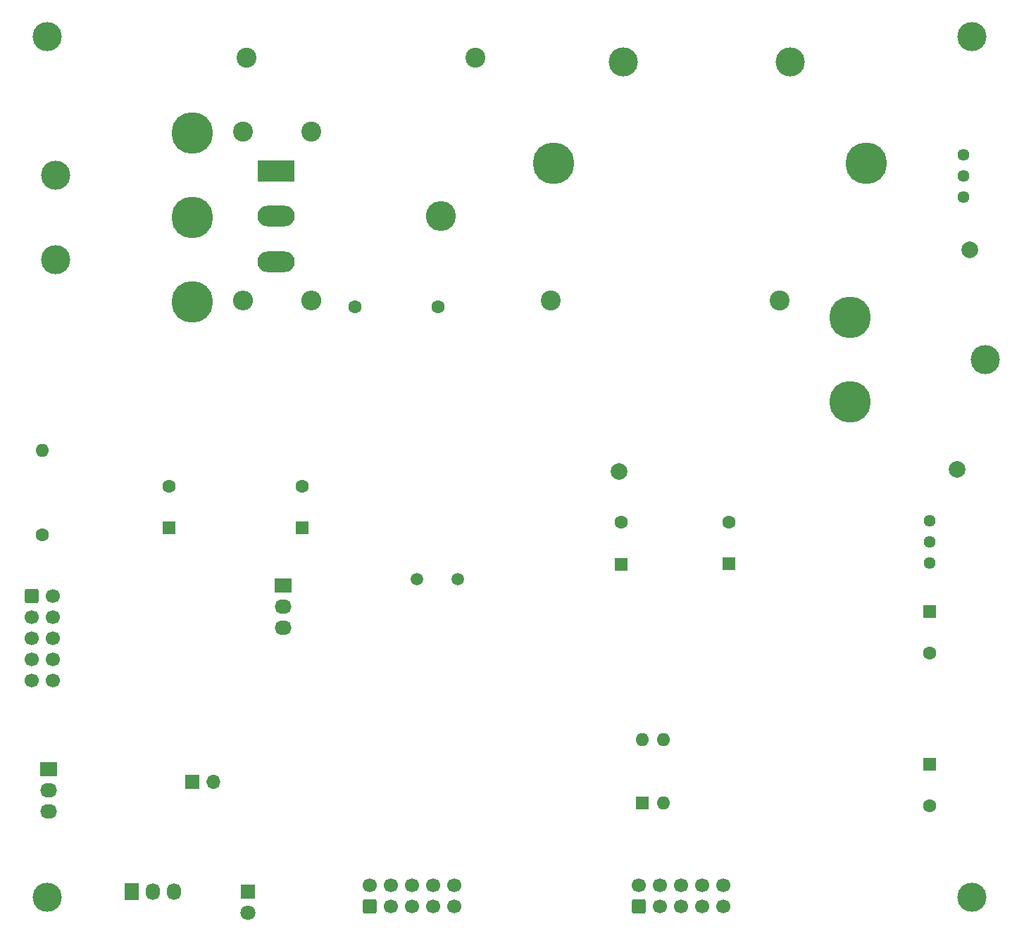
<source format=gts>
G04 #@! TF.GenerationSoftware,KiCad,Pcbnew,7.0.2*
G04 #@! TF.CreationDate,2023-10-15T13:01:48+02:00*
G04 #@! TF.ProjectId,Module_2,4d6f6475-6c65-45f3-922e-6b696361645f,rev?*
G04 #@! TF.SameCoordinates,Original*
G04 #@! TF.FileFunction,Soldermask,Top*
G04 #@! TF.FilePolarity,Negative*
%FSLAX46Y46*%
G04 Gerber Fmt 4.6, Leading zero omitted, Abs format (unit mm)*
G04 Created by KiCad (PCBNEW 7.0.2) date 2023-10-15 13:01:48*
%MOMM*%
%LPD*%
G01*
G04 APERTURE LIST*
G04 Aperture macros list*
%AMRoundRect*
0 Rectangle with rounded corners*
0 $1 Rounding radius*
0 $2 $3 $4 $5 $6 $7 $8 $9 X,Y pos of 4 corners*
0 Add a 4 corners polygon primitive as box body*
4,1,4,$2,$3,$4,$5,$6,$7,$8,$9,$2,$3,0*
0 Add four circle primitives for the rounded corners*
1,1,$1+$1,$2,$3*
1,1,$1+$1,$4,$5*
1,1,$1+$1,$6,$7*
1,1,$1+$1,$8,$9*
0 Add four rect primitives between the rounded corners*
20,1,$1+$1,$2,$3,$4,$5,0*
20,1,$1+$1,$4,$5,$6,$7,0*
20,1,$1+$1,$6,$7,$8,$9,0*
20,1,$1+$1,$8,$9,$2,$3,0*%
G04 Aperture macros list end*
%ADD10RoundRect,0.250000X-0.600000X-0.600000X0.600000X-0.600000X0.600000X0.600000X-0.600000X0.600000X0*%
%ADD11C,1.700000*%
%ADD12R,1.600000X1.600000*%
%ADD13C,1.600000*%
%ADD14C,2.400000*%
%ADD15O,2.400000X2.400000*%
%ADD16C,3.500000*%
%ADD17RoundRect,0.250000X0.600000X-0.600000X0.600000X0.600000X-0.600000X0.600000X-0.600000X-0.600000X0*%
%ADD18C,5.000000*%
%ADD19R,1.800000X1.800000*%
%ADD20C,1.800000*%
%ADD21R,1.730000X2.030000*%
%ADD22O,1.730000X2.030000*%
%ADD23C,2.000000*%
%ADD24C,1.500000*%
%ADD25O,1.600000X1.600000*%
%ADD26R,2.030000X1.730000*%
%ADD27O,2.030000X1.730000*%
%ADD28R,1.700000X1.700000*%
%ADD29O,1.700000X1.700000*%
%ADD30C,1.440000*%
%ADD31O,3.600000X3.600000*%
%ADD32R,4.500000X2.500000*%
%ADD33O,4.500000X2.500000*%
G04 APERTURE END LIST*
D10*
X45720000Y-102870000D03*
D11*
X48260000Y-102870000D03*
X45720000Y-105410000D03*
X48260000Y-105410000D03*
X45720000Y-107950000D03*
X48260000Y-107950000D03*
X45720000Y-110490000D03*
X48260000Y-110490000D03*
X45720000Y-113030000D03*
X48260000Y-113030000D03*
D12*
X62230000Y-94604651D03*
D13*
X62230000Y-89604651D03*
D12*
X116586000Y-98980000D03*
D13*
X116586000Y-93980000D03*
D14*
X71120000Y-46990000D03*
D15*
X71120000Y-67310000D03*
D16*
X136906000Y-38608000D03*
D12*
X78232000Y-94604651D03*
D13*
X78232000Y-89604651D03*
D17*
X118745000Y-140135000D03*
D11*
X118745000Y-137595000D03*
X121285000Y-140135000D03*
X121285000Y-137595000D03*
X123825000Y-140135000D03*
X123825000Y-137595000D03*
X126365000Y-140135000D03*
X126365000Y-137595000D03*
X128905000Y-140135000D03*
X128905000Y-137595000D03*
D17*
X86360000Y-140135000D03*
D11*
X86360000Y-137595000D03*
X88900000Y-140135000D03*
X88900000Y-137595000D03*
X91440000Y-140135000D03*
X91440000Y-137595000D03*
X93980000Y-140135000D03*
X93980000Y-137595000D03*
X96520000Y-140135000D03*
X96520000Y-137595000D03*
D12*
X153670000Y-104655000D03*
D13*
X153670000Y-109655000D03*
D16*
X160401000Y-74422000D03*
D18*
X144145000Y-79502000D03*
X144145000Y-69342000D03*
D19*
X71755000Y-138430000D03*
D20*
X71755000Y-140970000D03*
D21*
X57785000Y-138430000D03*
D22*
X60325000Y-138430000D03*
X62865000Y-138430000D03*
D23*
X158496000Y-61214000D03*
D16*
X48641000Y-52160500D03*
X48641000Y-62320500D03*
D18*
X65024000Y-47080500D03*
X65024000Y-57240500D03*
X65024000Y-67400500D03*
D16*
X158750000Y-35560000D03*
X116840000Y-38608000D03*
D24*
X92075000Y-100765000D03*
X96955000Y-100765000D03*
D14*
X79375000Y-46990000D03*
D15*
X79375000Y-67310000D03*
D12*
X119126000Y-127762000D03*
D25*
X121666000Y-127762000D03*
X121666000Y-120142000D03*
X119126000Y-120142000D03*
D14*
X135670000Y-67310000D03*
X108170000Y-67310000D03*
D23*
X116332000Y-87884000D03*
D13*
X46990000Y-95504000D03*
D25*
X46990000Y-85344000D03*
D13*
X84622000Y-68072000D03*
X94622000Y-68072000D03*
D16*
X158750000Y-139065000D03*
D18*
X108458000Y-50800000D03*
D14*
X99060000Y-38100000D03*
X71560000Y-38100000D03*
D26*
X47752000Y-123698000D03*
D27*
X47752000Y-126238000D03*
X47752000Y-128778000D03*
D28*
X65019000Y-125222000D03*
D29*
X67559000Y-125222000D03*
D26*
X75946000Y-101600000D03*
D27*
X75946000Y-104140000D03*
X75946000Y-106680000D03*
D16*
X47625000Y-139065000D03*
D23*
X156972000Y-87630000D03*
D18*
X146050000Y-50800000D03*
D30*
X157734000Y-49784000D03*
X157734000Y-52324000D03*
X157734000Y-54864000D03*
D12*
X129540000Y-98922651D03*
D13*
X129540000Y-93922651D03*
D16*
X47625000Y-35560000D03*
D12*
X153670000Y-123070000D03*
D13*
X153670000Y-128070000D03*
D30*
X153670000Y-93780000D03*
X153670000Y-96320000D03*
X153670000Y-98860000D03*
D31*
X94965000Y-57150000D03*
D32*
X75105000Y-51700000D03*
D33*
X75105000Y-57150000D03*
X75105000Y-62600000D03*
M02*

</source>
